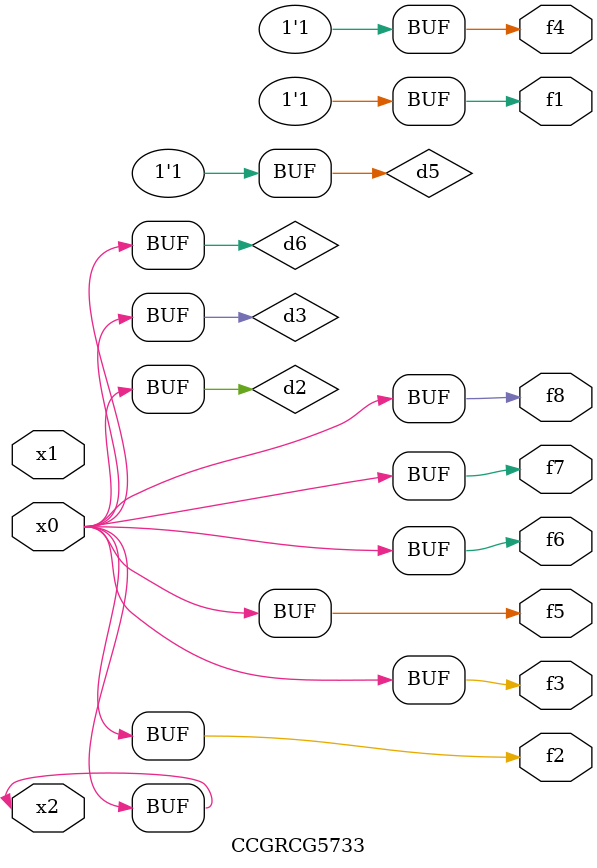
<source format=v>
module CCGRCG5733(
	input x0, x1, x2,
	output f1, f2, f3, f4, f5, f6, f7, f8
);

	wire d1, d2, d3, d4, d5, d6;

	xnor (d1, x2);
	buf (d2, x0, x2);
	and (d3, x0);
	xnor (d4, x1, x2);
	nand (d5, d1, d3);
	buf (d6, d2, d3);
	assign f1 = d5;
	assign f2 = d6;
	assign f3 = d6;
	assign f4 = d5;
	assign f5 = d6;
	assign f6 = d6;
	assign f7 = d6;
	assign f8 = d6;
endmodule

</source>
